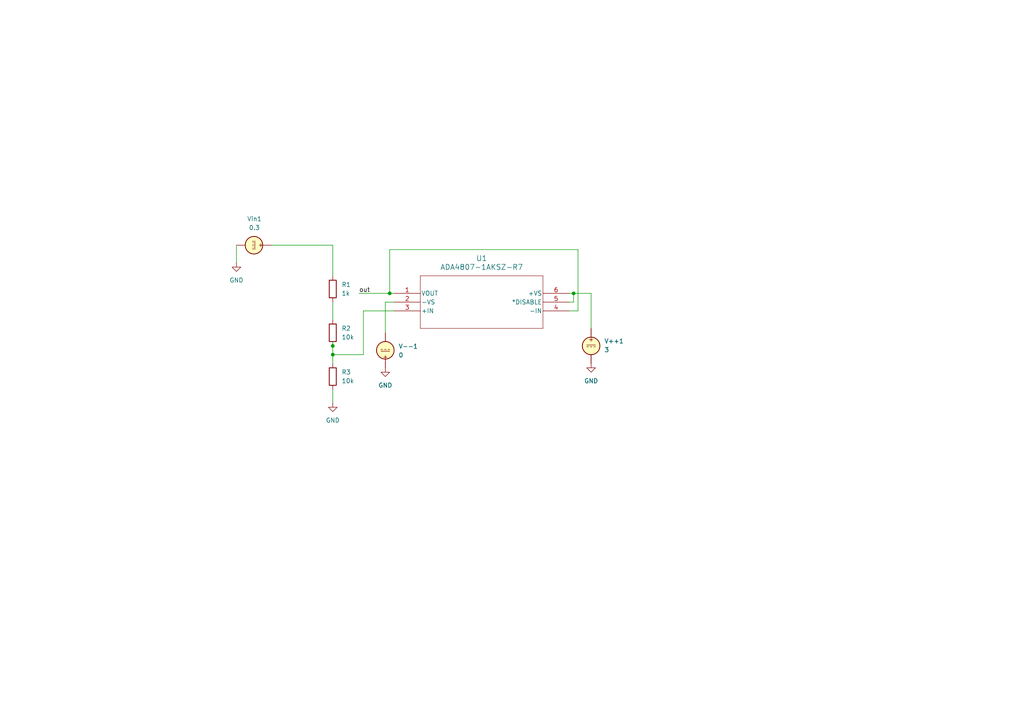
<source format=kicad_sch>
(kicad_sch (version 20231120) (generator "eeschema") (generator_version "8.0")
  (paper "A4")
  (lib_symbols
    (symbol "Device:R" (pin_numbers hide) (pin_names (offset 0))
      (property "Reference" "R" (at 2.032 0 90))
      (property "Value" "R" (at 0 0 90))
      (symbol "R_0_1"
        (rectangle (start -1.016 -2.54) (end 1.016 2.54) (stroke (width 0.254)))
      )
      (symbol "R_1_1"
        (pin passive line (at 0 3.81 270) (length 1.27) (name "~") (number "1"))
        (pin passive line (at 0 -3.81 90) (length 1.27) (name "~") (number "2"))
      )
    )
    (symbol "Opamp:ADA4807-1AKSZ-R7" (pin_names (offset 0.254))
      (property "Reference" "U" (at 25.4 10.16 0))
      (property "Value" "ADA4807-1AKSZ-R7" (at 25.4 7.62 0))
      (symbol "ADA4807-1AKSZ-R7_0_1"
        (polyline (pts (xy 7.62 -10.16) (xy 43.18 -10.16)) (stroke (width 0.127)))
        (polyline (pts (xy 7.62 5.08) (xy 7.62 -10.16)) (stroke (width 0.127)))
        (polyline (pts (xy 43.18 -10.16) (xy 43.18 5.08)) (stroke (width 0.127)))
        (polyline (pts (xy 43.18 5.08) (xy 7.62 5.08)) (stroke (width 0.127)))
        (pin power_in line (at 0 0 0) (length 7.62) (name "VOUT") (number "1"))
        (pin power_in line (at 0 -2.54 0) (length 7.62) (name "-VS") (number "2"))
        (pin input line (at 0 -5.08 0) (length 7.62) (name "+IN") (number "3"))
        (pin input line (at 50.8 -5.08 180) (length 7.62) (name "-IN") (number "4"))
        (pin unspecified line (at 50.8 -2.54 180) (length 7.62) (name "*DISABLE") (number "5"))
        (pin power_in line (at 50.8 0 180) (length 7.62) (name "+VS") (number "6"))
      )
    )
    (symbol "Simulation_SPICE:VDC" (pin_numbers hide) (pin_names (offset 0.0254))
      (property "Reference" "V" (at 2.54 2.54 0))
      (property "Value" "1" (at 2.54 0 0))
      (symbol "VDC_0_0"
        (polyline (pts (xy -1.27 0.254) (xy 1.27 0.254)))
        (polyline (pts (xy -0.762 -0.254) (xy -1.27 -0.254)))
        (polyline (pts (xy 0.254 -0.254) (xy -0.254 -0.254)))
        (polyline (pts (xy 1.27 -0.254) (xy 0.762 -0.254)))
        (text "+" (at 0 1.905 0) (effects (font (size 1.27 1.27))))
      )
      (symbol "VDC_0_1"
        (circle (center 0 0) (radius 2.54) (stroke (width 0.254)) (fill (type background)))
      )
      (symbol "VDC_1_1"
        (pin passive line (at 0 5.08 270) (length 2.54) (name "~") (number "1"))
        (pin passive line (at 0 -5.08 90) (length 2.54) (name "~") (number "2"))
      )
    )
    (symbol "power:GND" (power) (pin_numbers hide) (pin_names (offset 0) hide)
      (property "Value" "GND" (at 0 -3.81 0))
      (symbol "GND_0_1"
        (polyline (pts (xy 0 0) (xy 0 -1.27) (xy 1.27 -1.27) (xy 0 -2.54) (xy -1.27 -1.27) (xy 0 -1.27)))
      )
      (symbol "GND_1_1"
        (pin power_in line (at 0 0 270) (length 0) (name "~") (number "1"))
      )
    )
  )
  (junction (at 113.03 85.09))
  (junction (at 96.52 102.87))
  (junction (at 96.52 100.33))
  (junction (at 166.37 85.09))
  (wire (pts (xy 165.1 85.09) (xy 166.37 85.09)))
  (wire (pts (xy 111.76 96.52) (xy 111.76 87.63)))
  (wire (pts (xy 105.41 102.87) (xy 96.52 102.87)))
  (wire (pts (xy 96.52 71.12) (xy 96.52 80.01)))
  (wire (pts (xy 167.64 72.39) (xy 113.03 72.39)))
  (wire (pts (xy 167.64 90.17) (xy 167.64 72.39)))
  (wire (pts (xy 96.52 71.12) (xy 78.74 71.12)))
  (wire (pts (xy 111.76 87.63) (xy 114.3 87.63)))
  (wire (pts (xy 114.3 90.17) (xy 105.41 90.17)))
  (wire (pts (xy 96.52 113.03) (xy 96.52 116.84)))
  (wire (pts (xy 171.45 85.09) (xy 171.45 95.25)))
  (wire (pts (xy 166.37 85.09) (xy 166.37 87.63)))
  (wire (pts (xy 68.58 71.12) (xy 68.58 76.2)))
  (wire (pts (xy 104.14 85.09) (xy 113.03 85.09)))
  (wire (pts (xy 105.41 90.17) (xy 105.41 102.87)))
  (wire (pts (xy 166.37 85.09) (xy 171.45 85.09)))
  (wire (pts (xy 96.52 87.63) (xy 96.52 92.71)))
  (wire (pts (xy 165.1 87.63) (xy 166.37 87.63)))
  (wire (pts (xy 96.52 102.87) (xy 96.52 105.41)))
  (wire (pts (xy 96.52 100.33) (xy 96.52 102.87)))
  (wire (pts (xy 113.03 72.39) (xy 113.03 85.09)))
  (wire (pts (xy 113.03 85.09) (xy 114.3 85.09)))
  (wire (pts (xy 96.52 99.06) (xy 96.52 100.33)))
  (wire (pts (xy 165.1 90.17) (xy 167.64 90.17)))
  (label "out" (at 104.14 85.09 0))
  (symbol (lib_id "power:GND") (at 68.58 76.2 0) (unit 1)
    (property "Reference" "#PWR01" (effects (hide yes)))
    (property "Value" "GND" (at 68.58 81.28 0))
    (property "Description" "Power symbol creates a global label with name \"GND\" , ground" (effects (hide yes)))
  )
  (symbol (lib_id "Device:R") (at 96.52 96.52 0) (unit 1)
    (property "Reference" "R2" (at 99.06 95.2499 0) (effects (justify left)))
    (property "Value" "10k" (at 99.06 97.7899 0) (effects (justify left)))
    (property "Description" "Resistor" (effects (hide yes)))
  )
  (symbol (lib_id "Device:R") (at 96.52 83.82 0) (unit 1)
    (property "Reference" "R1" (at 99.06 82.5499 0) (effects (justify left)))
    (property "Value" "1k" (at 99.06 85.0899 0) (effects (justify left)))
    (property "Description" "Resistor" (effects (hide yes)))
  )
  (symbol (lib_id "Simulation_SPICE:VDC") (at 171.45 100.33 0) (unit 1)
    (property "Reference" "V++1" (at 175.26 98.9301 0) (effects (justify left)))
    (property "Value" "3" (at 175.26 101.4701 0) (effects (justify left)))
    (property "Datasheet" "https://ngspice.sourceforge.io/docs/ngspice-html-manual/manual.xhtml#sec_Independent_Sources_for" (effects (hide yes)))
    (property "Description" "Voltage source, DC" (effects (hide yes)))
    (property "Sim.Pins" "1=+ 2=-" (effects (hide yes)))
    (property "Sim.Type" "DC" (effects (hide yes)))
    (property "Sim.Device" "V" (effects (hide yes)))
  )
  (symbol (lib_id "Simulation_SPICE:VDC") (at 111.76 101.6 180) (unit 1)
    (property "Reference" "V--1" (at 115.57 100.4597 0) (effects (justify right)))
    (property "Value" "0" (at 115.57 102.9997 0) (effects (justify right)))
    (property "Datasheet" "https://ngspice.sourceforge.io/docs/ngspice-html-manual/manual.xhtml#sec_Independent_Sources_for" (effects (hide yes)))
    (property "Description" "Voltage source, DC" (effects (hide yes)))
    (property "Sim.Pins" "1=+ 2=-" (effects (hide yes)))
    (property "Sim.Type" "DC" (effects (hide yes)))
    (property "Sim.Device" "V" (effects (hide yes)))
    (instances (project "opamp1_pot_low" (path "" (reference "V--1") (unit 1))) (project "Opamp" (path "" (reference "V--?") (unit 1))))
  )
  (symbol (lib_id "power:GND") (at 96.52 116.84 0) (unit 1)
    (property "Reference" "#PWR04" (effects (hide yes)))
    (property "Value" "GND" (at 96.52 121.92 0))
    (property "Description" "Power symbol creates a global label with name \"GND\" , ground" (effects (hide yes)))
  )
  (symbol (lib_id "Device:R") (at 96.52 109.22 0) (unit 1)
    (property "Reference" "R3" (at 99.06 107.9499 0) (effects (justify left)))
    (property "Value" "10k" (at 99.06 110.4899 0) (effects (justify left)))
    (property "Description" "Resistor" (effects (hide yes)))
  )
  (symbol (lib_id "Simulation_SPICE:VDC") (at 73.66 71.12 270) (unit 1)
    (property "Reference" "Vin1" (at 73.7898 63.5 90))
    (property "Value" "0.3" (at 73.7898 66.04 90))
    (property "Datasheet" "https://ngspice.sourceforge.io/docs/ngspice-html-manual/manual.xhtml#sec_Independent_Sources_for" (effects (hide yes)))
    (property "Description" "Voltage source, DC" (effects (hide yes)))
    (property "Sim.Pins" "1=+ 2=-" (effects (hide yes)))
    (property "Sim.Type" "DC" (effects (hide yes)))
    (property "Sim.Device" "V" (effects (hide yes)))
    (instances (project "opamp1_pot_low" (path "" (reference "Vin1") (unit 1))) (project "Opamp" (path "" (reference "Vin?") (unit 1))))
  )
  (symbol (lib_id "power:GND") (at 111.76 106.68 0) (unit 1)
    (property "Reference" "#PWR02" (effects (hide yes)))
    (property "Value" "GND" (at 111.76 111.76 0))
    (property "Description" "Power symbol creates a global label with name \"GND\" , ground" (effects (hide yes)))
  )
  (symbol (lib_id "Opamp:ADA4807-1AKSZ-R7") (at 114.3 85.09 0) (unit 1)
    (property "Reference" "U1" (at 139.7 74.93 0) (effects (font (size 1.524 1.524))))
    (property "Value" "ADA4807-1AKSZ-R7" (at 139.7 77.47 0) (effects (font (size 1.524 1.524))))
    (property "Footprint" "KS-6_ADI" (effects (hide yes)))
    (property "Datasheet" "ADA4807-1AKSZ-R7" (effects (hide yes)))
    (property "Sim.Library" "/home/maxwell/github-repos/sp-24-EE628/6_Test/2_PCB/test_board_1/TestBoardEDA/models/ADA4807.cir" (effects (hide yes)))
    (property "Sim.Name" "ADA4807" (effects (hide yes)))
    (property "Sim.Device" "SUBCKT" (effects (hide yes)))
    (property "Sim.Pins" "1=104 2=103 3=100 4=101 5=106 6=102" (effects (hide yes)))
  )
  (symbol (lib_id "power:GND") (at 171.45 105.41 0) (unit 1)
    (property "Reference" "#PWR03" (effects (hide yes)))
    (property "Value" "GND" (at 171.45 110.49 0))
    (property "Description" "Power symbol creates a global label with name \"GND\" , ground" (effects (hide yes)))
  )
)
</source>
